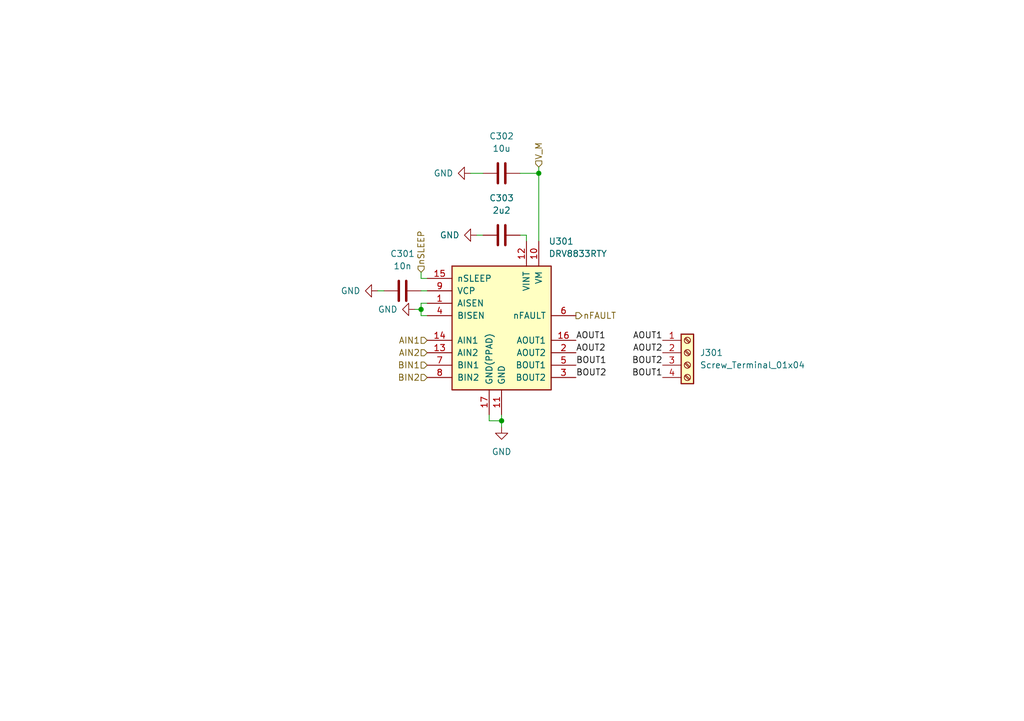
<source format=kicad_sch>
(kicad_sch (version 20211123) (generator eeschema)
  (paper "A5")
  (lib_symbols
    (symbol "Connector:Screw_Terminal_01x04" (pin_names (offset 1.016) hide)
      (property "Reference" "J" (at 0 5.08 0))
      (property "Value" "Screw_Terminal_01x04" (at 0 -7.62 0))
      (symbol "Screw_Terminal_01x04_1_1"
        (rectangle (start -1.27 3.81) (end 1.27 -6.35) (stroke (width 0.254)) (fill (type background)))
        (circle (center 0 -5.08) (radius 0.635) (stroke (width 0.1524)))
        (circle (center 0 -2.54) (radius 0.635) (stroke (width 0.1524)))
        (polyline (pts (xy -0.5334 -4.7498) (xy 0.3302 -5.588)) (stroke (width 0.1524)))
        (polyline (pts (xy -0.5334 -2.2098) (xy 0.3302 -3.048)) (stroke (width 0.1524)))
        (polyline (pts (xy -0.5334 0.3302) (xy 0.3302 -0.508)) (stroke (width 0.1524)))
        (polyline (pts (xy -0.5334 2.8702) (xy 0.3302 2.032)) (stroke (width 0.1524)))
        (polyline (pts (xy -0.3556 -4.572) (xy 0.508 -5.4102)) (stroke (width 0.1524)))
        (polyline (pts (xy -0.3556 -2.032) (xy 0.508 -2.8702)) (stroke (width 0.1524)))
        (polyline (pts (xy -0.3556 0.508) (xy 0.508 -0.3302)) (stroke (width 0.1524)))
        (polyline (pts (xy -0.3556 3.048) (xy 0.508 2.2098)) (stroke (width 0.1524)))
        (circle (center 0 0) (radius 0.635) (stroke (width 0.1524)))
        (circle (center 0 2.54) (radius 0.635) (stroke (width 0.1524)))
        (pin passive line (at -5.08 2.54 0) (length 3.81) (name "Pin_1") (number "1"))
        (pin passive line (at -5.08 0 0) (length 3.81) (name "Pin_2") (number "2"))
        (pin passive line (at -5.08 -2.54 0) (length 3.81) (name "Pin_3") (number "3"))
        (pin passive line (at -5.08 -5.08 0) (length 3.81) (name "Pin_4") (number "4"))
      )
    )
    (symbol "Device:C" (pin_numbers hide) (pin_names (offset 0.254))
      (property "Reference" "C" (at 0.635 2.54 0))
      (property "Value" "C" (at 0.635 -2.54 0))
      (symbol "C_0_1"
        (polyline (pts (xy -2.032 -0.762) (xy 2.032 -0.762)) (stroke (width 0.508)))
        (polyline (pts (xy -2.032 0.762) (xy 2.032 0.762)) (stroke (width 0.508)))
      )
      (symbol "C_1_1"
        (pin passive line (at 0 3.81 270) (length 2.794) (name "~") (number "1"))
        (pin passive line (at 0 -3.81 90) (length 2.794) (name "~") (number "2"))
      )
    )
    (symbol "Driver_Motor:DRV8833RTY" (pin_names (offset 1.016))
      (property "Reference" "U" (at -3.81 16.51 0))
      (property "Value" "DRV8833RTY" (at -3.81 13.97 0))
      (symbol "DRV8833RTY_0_1"
        (rectangle (start -10.16 12.7) (end 10.16 -12.7) (stroke (width 0.254)) (fill (type background)))
      )
      (symbol "DRV8833RTY_1_1"
        (pin bidirectional line (at -15.24 5.08 0) (length 5.08) (name "AISEN") (number "1"))
        (pin power_in line (at 7.62 17.78 270) (length 5.08) (name "VM") (number "10"))
        (pin power_in line (at 0 -17.78 90) (length 5.08) (name "GND") (number "11"))
        (pin power_in line (at 5.08 17.78 270) (length 5.08) (name "VINT") (number "12"))
        (pin input line (at -15.24 -5.08 0) (length 5.08) (name "AIN2") (number "13"))
        (pin input line (at -15.24 -2.54 0) (length 5.08) (name "AIN1") (number "14"))
        (pin input line (at -15.24 10.16 0) (length 5.08) (name "nSLEEP") (number "15"))
        (pin power_out line (at 15.24 -2.54 180) (length 5.08) (name "AOUT1") (number "16"))
        (pin power_in line (at -2.54 -17.78 90) (length 5.08) (name "GND(PPAD)") (number "17"))
        (pin power_out line (at 15.24 -5.08 180) (length 5.08) (name "AOUT2") (number "2"))
        (pin power_out line (at 15.24 -10.16 180) (length 5.08) (name "BOUT2") (number "3"))
        (pin bidirectional line (at -15.24 2.54 0) (length 5.08) (name "BISEN") (number "4"))
        (pin power_out line (at 15.24 -7.62 180) (length 5.08) (name "BOUT1") (number "5"))
        (pin open_collector line (at 15.24 2.54 180) (length 5.08) (name "nFAULT") (number "6"))
        (pin input line (at -15.24 -7.62 0) (length 5.08) (name "BIN1") (number "7"))
        (pin input line (at -15.24 -10.16 0) (length 5.08) (name "BIN2") (number "8"))
        (pin bidirectional line (at -15.24 7.62 0) (length 5.08) (name "VCP") (number "9"))
      )
    )
    (symbol "power:GND" (power) (pin_names (offset 0))
      (property "Value" "GND" (at 0 -3.81 0))
      (symbol "GND_0_1"
        (polyline (pts (xy 0 0) (xy 0 -1.27) (xy 1.27 -1.27) (xy 0 -2.54) (xy -1.27 -1.27) (xy 0 -1.27)))
      )
      (symbol "GND_1_1"
        (pin power_in line (at 0 0 270) (length 0) hide (name "GND") (number "1"))
      )
    )
  )
  (junction (at 110.49 35.56))
  (junction (at 86.36 63.5))
  (junction (at 102.87 86.36))
  (wire (pts (xy 86.36 63.5) (xy 86.36 64.77)))
  (wire (pts (xy 100.33 86.36) (xy 102.87 86.36)))
  (wire (pts (xy 97.79 48.26) (xy 99.06 48.26)))
  (wire (pts (xy 86.36 59.69) (xy 87.63 59.69)))
  (wire (pts (xy 86.36 62.23) (xy 86.36 63.5)))
  (wire (pts (xy 86.36 57.15) (xy 86.36 55.88)))
  (wire (pts (xy 107.95 48.26) (xy 106.68 48.26)))
  (wire (pts (xy 107.95 49.53) (xy 107.95 48.26)))
  (wire (pts (xy 87.63 64.77) (xy 86.36 64.77)))
  (wire (pts (xy 77.47 59.69) (xy 78.74 59.69)))
  (wire (pts (xy 110.49 35.56) (xy 106.68 35.56)))
  (wire (pts (xy 87.63 62.23) (xy 86.36 62.23)))
  (wire (pts (xy 110.49 35.56) (xy 110.49 49.53)))
  (wire (pts (xy 99.06 35.56) (xy 96.52 35.56)))
  (wire (pts (xy 102.87 86.36) (xy 102.87 87.63)))
  (wire (pts (xy 85.09 63.5) (xy 86.36 63.5)))
  (wire (pts (xy 102.87 85.09) (xy 102.87 86.36)))
  (wire (pts (xy 110.49 34.29) (xy 110.49 35.56)))
  (wire (pts (xy 87.63 57.15) (xy 86.36 57.15)))
  (wire (pts (xy 100.33 85.09) (xy 100.33 86.36)))
  (label "AOUT2" (at 118.11 72.39 0))
  (label "BOUT1" (at 135.89 77.47 180))
  (label "BOUT2" (at 118.11 77.47 0))
  (label "AOUT1" (at 135.89 69.85 180))
  (label "BOUT2" (at 135.89 74.93 180))
  (label "BOUT1" (at 118.11 74.93 0))
  (label "AOUT1" (at 118.11 69.85 0))
  (label "AOUT2" (at 135.89 72.39 180))
  (hierarchical_label "AIN1" (shape input) (at 87.63 69.85 180))
  (hierarchical_label "V_M" (shape input) (at 110.49 34.29 90))
  (hierarchical_label "AIN2" (shape input) (at 87.63 72.39 180))
  (hierarchical_label "BIN2" (shape input) (at 87.63 77.47 180))
  (hierarchical_label "BIN1" (shape input) (at 87.63 74.93 180))
  (hierarchical_label "nFAULT" (shape output) (at 118.11 64.77 0))
  (hierarchical_label "nSLEEP" (shape input) (at 86.36 55.88 90))
  (symbol (lib_id "Device:C") (at 82.55 59.69 90) (unit 1)
    (property "Reference" "C301" (at 82.55 52.07 90))
    (property "Value" "10n" (at 82.55 54.61 90))
    (property "Footprint" "Capacitor_SMD:C_0603_1608Metric" (effects hide))
    (property "Manufacturer_Name" "Samsung Electro-Mechanics" (effects hide))
    (property "Manufacturer_Part_Number" "0603B103K500NT" (effects hide))
  )
  (symbol (lib_id "Device:C") (at 102.87 35.56 90) (unit 1)
    (property "Reference" "C302" (at 102.87 27.94 90))
    (property "Value" "10u" (at 102.87 30.48 90))
    (property "Footprint" "Capacitor_SMD:C_0603_1608Metric" (effects hide))
    (property "Manufacturer_Name" "Samsung Electro-Mechanics" (effects hide))
    (property "Manufacturer_Part_Number" "CL10A106KP8NNNC" (effects hide))
  )
  (symbol (lib_id "power:GND") (at 97.79 48.26 270) (unit 1)
    (property "Reference" "#PWR0304" (effects hide))
    (property "Value" "GND" (at 90.17 48.26 90) (effects (justify left)))
  )
  (symbol (lib_id "power:GND") (at 102.87 87.63 0) (unit 1)
    (property "Reference" "#PWR0305" (effects hide))
    (property "Value" "GND" (at 102.87 92.71 0))
  )
  (symbol (lib_id "Driver_Motor:DRV8833RTY") (at 102.87 67.31 0) (unit 1)
    (property "Reference" "U301" (at 112.5094 49.53 0) (effects (justify left)))
    (property "Value" "DRV8833RTY" (at 112.5094 52.07 0) (effects (justify left)))
    (property "Footprint" "Package_DFN_QFN:Texas_S-PWQFN-N16_EP2.1x2.1mm" (effects hide))
    (property "Datasheet" "http://www.ti.com/lit/ds/symlink/drv8833.pdf" (effects hide))
  )
  (symbol (lib_id "Connector:Screw_Terminal_01x04") (at 140.97 72.39 0) (unit 1)
    (property "Reference" "J301" (at 143.51 72.3899 0) (effects (justify left)))
    (property "Value" "Screw_Terminal_01x04" (at 143.51 74.9299 0) (effects (justify left)))
    (property "Footprint" "TerminalBlock:TerminalBlock_bornier-4_P5.08mm" (effects hide))
  )
  (symbol (lib_id "power:GND") (at 85.09 63.5 270) (unit 1)
    (property "Reference" "#PWR0302" (effects hide))
    (property "Value" "GND" (at 77.47 63.5 90) (effects (justify left)))
  )
  (symbol (lib_id "power:GND") (at 77.47 59.69 270) (unit 1)
    (property "Reference" "#PWR0301" (effects hide))
    (property "Value" "GND" (at 69.85 59.69 90) (effects (justify left)))
  )
  (symbol (lib_id "Device:C") (at 102.87 48.26 90) (unit 1)
    (property "Reference" "C303" (at 102.87 40.64 90))
    (property "Value" "2u2" (at 102.87 43.18 90))
    (property "Footprint" "Capacitor_SMD:C_0603_1608Metric" (effects hide))
    (property "Manufacturer_Name" "Samsung Electro-Mechanics" (effects hide))
    (property "Manufacturer_Part_Number" "CL10A225KO8NNNC" (effects hide))
  )
  (symbol (lib_id "power:GND") (at 96.52 35.56 270) (unit 1)
    (property "Reference" "#PWR0303" (effects hide))
    (property "Value" "GND" (at 88.9 35.56 90) (effects (justify left)))
  )
)
</source>
